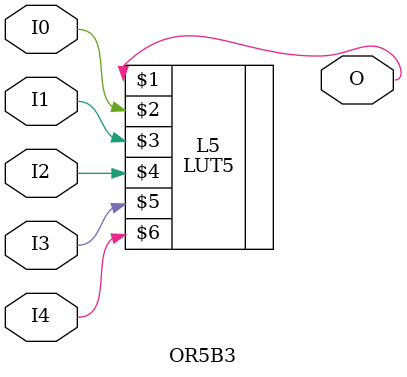
<source format=v>


`timescale  1 ps / 1 ps


module OR5B3 (O, I0, I1, I2, I3, I4);

    output O;

    input  I0, I1, I2, I3, I4;

    LUT5 #(.INIT(32'hFFFFFF7F)) L5 (O, I0, I1, I2, I3, I4);

endmodule

</source>
